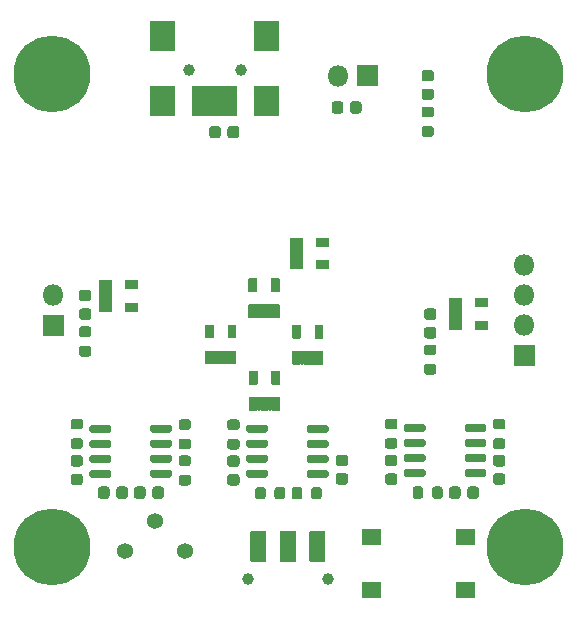
<source format=gbr>
G04 #@! TF.GenerationSoftware,KiCad,Pcbnew,(5.1.9)-1*
G04 #@! TF.CreationDate,2021-05-06T17:03:27+01:00*
G04 #@! TF.ProjectId,Little Logic Computer - Power+Timing,4c697474-6c65-4204-9c6f-67696320436f,2.0*
G04 #@! TF.SameCoordinates,Original*
G04 #@! TF.FileFunction,Soldermask,Top*
G04 #@! TF.FilePolarity,Negative*
%FSLAX46Y46*%
G04 Gerber Fmt 4.6, Leading zero omitted, Abs format (unit mm)*
G04 Created by KiCad (PCBNEW (5.1.9)-1) date 2021-05-06 17:03:27*
%MOMM*%
%LPD*%
G01*
G04 APERTURE LIST*
%ADD10C,0.902000*%
%ADD11C,6.502000*%
%ADD12C,1.002000*%
%ADD13C,1.362000*%
%ADD14O,1.802000X1.802000*%
%ADD15C,0.100000*%
G04 APERTURE END LIST*
G36*
G01*
X109694500Y-104252400D02*
X109093500Y-104252400D01*
G75*
G02*
X108868000Y-104026900I0J225500D01*
G01*
X108868000Y-103575900D01*
G75*
G02*
X109093500Y-103350400I225500J0D01*
G01*
X109694500Y-103350400D01*
G75*
G02*
X109920000Y-103575900I0J-225500D01*
G01*
X109920000Y-104026900D01*
G75*
G02*
X109694500Y-104252400I-225500J0D01*
G01*
G37*
G36*
G01*
X109694500Y-105902400D02*
X109093500Y-105902400D01*
G75*
G02*
X108868000Y-105676900I0J225500D01*
G01*
X108868000Y-105225900D01*
G75*
G02*
X109093500Y-105000400I225500J0D01*
G01*
X109694500Y-105000400D01*
G75*
G02*
X109920000Y-105225900I0J-225500D01*
G01*
X109920000Y-105676900D01*
G75*
G02*
X109694500Y-105902400I-225500J0D01*
G01*
G37*
G36*
G01*
X138701300Y-85647400D02*
X138100300Y-85647400D01*
G75*
G02*
X137874800Y-85421900I0J225500D01*
G01*
X137874800Y-84970900D01*
G75*
G02*
X138100300Y-84745400I225500J0D01*
G01*
X138701300Y-84745400D01*
G75*
G02*
X138926800Y-84970900I0J-225500D01*
G01*
X138926800Y-85421900D01*
G75*
G02*
X138701300Y-85647400I-225500J0D01*
G01*
G37*
G36*
G01*
X138701300Y-87297400D02*
X138100300Y-87297400D01*
G75*
G02*
X137874800Y-87071900I0J225500D01*
G01*
X137874800Y-86620900D01*
G75*
G02*
X138100300Y-86395400I225500J0D01*
G01*
X138701300Y-86395400D01*
G75*
G02*
X138926800Y-86620900I0J-225500D01*
G01*
X138926800Y-87071900D01*
G75*
G02*
X138701300Y-87297400I-225500J0D01*
G01*
G37*
G36*
G01*
X109675750Y-101228600D02*
X109112250Y-101228600D01*
G75*
G02*
X108868000Y-100984350I0J244250D01*
G01*
X108868000Y-100495850D01*
G75*
G02*
X109112250Y-100251600I244250J0D01*
G01*
X109675750Y-100251600D01*
G75*
G02*
X109920000Y-100495850I0J-244250D01*
G01*
X109920000Y-100984350D01*
G75*
G02*
X109675750Y-101228600I-244250J0D01*
G01*
G37*
G36*
G01*
X109675750Y-102803600D02*
X109112250Y-102803600D01*
G75*
G02*
X108868000Y-102559350I0J244250D01*
G01*
X108868000Y-102070850D01*
G75*
G02*
X109112250Y-101826600I244250J0D01*
G01*
X109675750Y-101826600D01*
G75*
G02*
X109920000Y-102070850I0J-244250D01*
G01*
X109920000Y-102559350D01*
G75*
G02*
X109675750Y-102803600I-244250J0D01*
G01*
G37*
G36*
G01*
X138682550Y-82610500D02*
X138119050Y-82610500D01*
G75*
G02*
X137874800Y-82366250I0J244250D01*
G01*
X137874800Y-81877750D01*
G75*
G02*
X138119050Y-81633500I244250J0D01*
G01*
X138682550Y-81633500D01*
G75*
G02*
X138926800Y-81877750I0J-244250D01*
G01*
X138926800Y-82366250D01*
G75*
G02*
X138682550Y-82610500I-244250J0D01*
G01*
G37*
G36*
G01*
X138682550Y-84185500D02*
X138119050Y-84185500D01*
G75*
G02*
X137874800Y-83941250I0J244250D01*
G01*
X137874800Y-83452750D01*
G75*
G02*
X138119050Y-83208500I244250J0D01*
G01*
X138682550Y-83208500D01*
G75*
G02*
X138926800Y-83452750I0J-244250D01*
G01*
X138926800Y-83941250D01*
G75*
G02*
X138682550Y-84185500I-244250J0D01*
G01*
G37*
G36*
G01*
X131411900Y-115210600D02*
X130860900Y-115210600D01*
G75*
G02*
X130610400Y-114960100I0J250500D01*
G01*
X130610400Y-114459100D01*
G75*
G02*
X130860900Y-114208600I250500J0D01*
G01*
X131411900Y-114208600D01*
G75*
G02*
X131662400Y-114459100I0J-250500D01*
G01*
X131662400Y-114960100D01*
G75*
G02*
X131411900Y-115210600I-250500J0D01*
G01*
G37*
G36*
G01*
X131411900Y-116760600D02*
X130860900Y-116760600D01*
G75*
G02*
X130610400Y-116510100I0J250500D01*
G01*
X130610400Y-116009100D01*
G75*
G02*
X130860900Y-115758600I250500J0D01*
G01*
X131411900Y-115758600D01*
G75*
G02*
X131662400Y-116009100I0J-250500D01*
G01*
X131662400Y-116510100D01*
G75*
G02*
X131411900Y-116760600I-250500J0D01*
G01*
G37*
G36*
G01*
X141187800Y-117152500D02*
X141187800Y-117703500D01*
G75*
G02*
X140937300Y-117954000I-250500J0D01*
G01*
X140436300Y-117954000D01*
G75*
G02*
X140185800Y-117703500I0J250500D01*
G01*
X140185800Y-117152500D01*
G75*
G02*
X140436300Y-116902000I250500J0D01*
G01*
X140937300Y-116902000D01*
G75*
G02*
X141187800Y-117152500I0J-250500D01*
G01*
G37*
G36*
G01*
X142737800Y-117152500D02*
X142737800Y-117703500D01*
G75*
G02*
X142487300Y-117954000I-250500J0D01*
G01*
X141986300Y-117954000D01*
G75*
G02*
X141735800Y-117703500I0J250500D01*
G01*
X141735800Y-117152500D01*
G75*
G02*
X141986300Y-116902000I250500J0D01*
G01*
X142487300Y-116902000D01*
G75*
G02*
X142737800Y-117152500I0J-250500D01*
G01*
G37*
G36*
G01*
X115065800Y-117703500D02*
X115065800Y-117152500D01*
G75*
G02*
X115316300Y-116902000I250500J0D01*
G01*
X115817300Y-116902000D01*
G75*
G02*
X116067800Y-117152500I0J-250500D01*
G01*
X116067800Y-117703500D01*
G75*
G02*
X115817300Y-117954000I-250500J0D01*
G01*
X115316300Y-117954000D01*
G75*
G02*
X115065800Y-117703500I0J250500D01*
G01*
G37*
G36*
G01*
X113515800Y-117703500D02*
X113515800Y-117152500D01*
G75*
G02*
X113766300Y-116902000I250500J0D01*
G01*
X114267300Y-116902000D01*
G75*
G02*
X114517800Y-117152500I0J-250500D01*
G01*
X114517800Y-117703500D01*
G75*
G02*
X114267300Y-117954000I-250500J0D01*
G01*
X113766300Y-117954000D01*
G75*
G02*
X113515800Y-117703500I0J250500D01*
G01*
G37*
D10*
X148297056Y-80302944D03*
X146600000Y-79600000D03*
X144902944Y-80302944D03*
X144200000Y-82000000D03*
X144902944Y-83697056D03*
X146600000Y-84400000D03*
X148297056Y-83697056D03*
X149000000Y-82000000D03*
D11*
X146600000Y-82000000D03*
D10*
X148297056Y-120302944D03*
X146600000Y-119600000D03*
X144902944Y-120302944D03*
X144200000Y-122000000D03*
X144902944Y-123697056D03*
X146600000Y-124400000D03*
X148297056Y-123697056D03*
X149000000Y-122000000D03*
D11*
X146600000Y-122000000D03*
D10*
X108297056Y-120302944D03*
X106600000Y-119600000D03*
X104902944Y-120302944D03*
X104200000Y-122000000D03*
X104902944Y-123697056D03*
X106600000Y-124400000D03*
X108297056Y-123697056D03*
X109000000Y-122000000D03*
D11*
X106600000Y-122000000D03*
G36*
G01*
X142374200Y-101664601D02*
X142374200Y-101014599D01*
G75*
G02*
X142425199Y-100963600I50999J0D01*
G01*
X143485201Y-100963600D01*
G75*
G02*
X143536200Y-101014599I0J-50999D01*
G01*
X143536200Y-101664601D01*
G75*
G02*
X143485201Y-101715600I-50999J0D01*
G01*
X142425199Y-101715600D01*
G75*
G02*
X142374200Y-101664601I0J50999D01*
G01*
G37*
G36*
G01*
X142374200Y-103564601D02*
X142374200Y-102914599D01*
G75*
G02*
X142425199Y-102863600I50999J0D01*
G01*
X143485201Y-102863600D01*
G75*
G02*
X143536200Y-102914599I0J-50999D01*
G01*
X143536200Y-103564601D01*
G75*
G02*
X143485201Y-103615600I-50999J0D01*
G01*
X142425199Y-103615600D01*
G75*
G02*
X142374200Y-103564601I0J50999D01*
G01*
G37*
G36*
G01*
X140174200Y-103564601D02*
X140174200Y-102914599D01*
G75*
G02*
X140225199Y-102863600I50999J0D01*
G01*
X141285201Y-102863600D01*
G75*
G02*
X141336200Y-102914599I0J-50999D01*
G01*
X141336200Y-103564601D01*
G75*
G02*
X141285201Y-103615600I-50999J0D01*
G01*
X140225199Y-103615600D01*
G75*
G02*
X140174200Y-103564601I0J50999D01*
G01*
G37*
G36*
G01*
X140174200Y-102614601D02*
X140174200Y-101964599D01*
G75*
G02*
X140225199Y-101913600I50999J0D01*
G01*
X141285201Y-101913600D01*
G75*
G02*
X141336200Y-101964599I0J-50999D01*
G01*
X141336200Y-102614601D01*
G75*
G02*
X141285201Y-102665600I-50999J0D01*
G01*
X140225199Y-102665600D01*
G75*
G02*
X140174200Y-102614601I0J50999D01*
G01*
G37*
G36*
G01*
X140174200Y-101664601D02*
X140174200Y-101014599D01*
G75*
G02*
X140225199Y-100963600I50999J0D01*
G01*
X141285201Y-100963600D01*
G75*
G02*
X141336200Y-101014599I0J-50999D01*
G01*
X141336200Y-101664601D01*
G75*
G02*
X141285201Y-101715600I-50999J0D01*
G01*
X140225199Y-101715600D01*
G75*
G02*
X140174200Y-101664601I0J50999D01*
G01*
G37*
G36*
G01*
X128912200Y-96533801D02*
X128912200Y-95883799D01*
G75*
G02*
X128963199Y-95832800I50999J0D01*
G01*
X130023201Y-95832800D01*
G75*
G02*
X130074200Y-95883799I0J-50999D01*
G01*
X130074200Y-96533801D01*
G75*
G02*
X130023201Y-96584800I-50999J0D01*
G01*
X128963199Y-96584800D01*
G75*
G02*
X128912200Y-96533801I0J50999D01*
G01*
G37*
G36*
G01*
X128912200Y-98433801D02*
X128912200Y-97783799D01*
G75*
G02*
X128963199Y-97732800I50999J0D01*
G01*
X130023201Y-97732800D01*
G75*
G02*
X130074200Y-97783799I0J-50999D01*
G01*
X130074200Y-98433801D01*
G75*
G02*
X130023201Y-98484800I-50999J0D01*
G01*
X128963199Y-98484800D01*
G75*
G02*
X128912200Y-98433801I0J50999D01*
G01*
G37*
G36*
G01*
X126712200Y-98433801D02*
X126712200Y-97783799D01*
G75*
G02*
X126763199Y-97732800I50999J0D01*
G01*
X127823201Y-97732800D01*
G75*
G02*
X127874200Y-97783799I0J-50999D01*
G01*
X127874200Y-98433801D01*
G75*
G02*
X127823201Y-98484800I-50999J0D01*
G01*
X126763199Y-98484800D01*
G75*
G02*
X126712200Y-98433801I0J50999D01*
G01*
G37*
G36*
G01*
X126712200Y-97483801D02*
X126712200Y-96833799D01*
G75*
G02*
X126763199Y-96782800I50999J0D01*
G01*
X127823201Y-96782800D01*
G75*
G02*
X127874200Y-96833799I0J-50999D01*
G01*
X127874200Y-97483801D01*
G75*
G02*
X127823201Y-97534800I-50999J0D01*
G01*
X126763199Y-97534800D01*
G75*
G02*
X126712200Y-97483801I0J50999D01*
G01*
G37*
G36*
G01*
X126712200Y-96533801D02*
X126712200Y-95883799D01*
G75*
G02*
X126763199Y-95832800I50999J0D01*
G01*
X127823201Y-95832800D01*
G75*
G02*
X127874200Y-95883799I0J-50999D01*
G01*
X127874200Y-96533801D01*
G75*
G02*
X127823201Y-96584800I-50999J0D01*
G01*
X126763199Y-96584800D01*
G75*
G02*
X126712200Y-96533801I0J50999D01*
G01*
G37*
G36*
G01*
X123907401Y-100449800D02*
X123257399Y-100449800D01*
G75*
G02*
X123206400Y-100398801I0J50999D01*
G01*
X123206400Y-99338799D01*
G75*
G02*
X123257399Y-99287800I50999J0D01*
G01*
X123907401Y-99287800D01*
G75*
G02*
X123958400Y-99338799I0J-50999D01*
G01*
X123958400Y-100398801D01*
G75*
G02*
X123907401Y-100449800I-50999J0D01*
G01*
G37*
G36*
G01*
X125807401Y-100449800D02*
X125157399Y-100449800D01*
G75*
G02*
X125106400Y-100398801I0J50999D01*
G01*
X125106400Y-99338799D01*
G75*
G02*
X125157399Y-99287800I50999J0D01*
G01*
X125807401Y-99287800D01*
G75*
G02*
X125858400Y-99338799I0J-50999D01*
G01*
X125858400Y-100398801D01*
G75*
G02*
X125807401Y-100449800I-50999J0D01*
G01*
G37*
G36*
G01*
X125807401Y-102649800D02*
X125157399Y-102649800D01*
G75*
G02*
X125106400Y-102598801I0J50999D01*
G01*
X125106400Y-101538799D01*
G75*
G02*
X125157399Y-101487800I50999J0D01*
G01*
X125807401Y-101487800D01*
G75*
G02*
X125858400Y-101538799I0J-50999D01*
G01*
X125858400Y-102598801D01*
G75*
G02*
X125807401Y-102649800I-50999J0D01*
G01*
G37*
G36*
G01*
X124857401Y-102649800D02*
X124207399Y-102649800D01*
G75*
G02*
X124156400Y-102598801I0J50999D01*
G01*
X124156400Y-101538799D01*
G75*
G02*
X124207399Y-101487800I50999J0D01*
G01*
X124857401Y-101487800D01*
G75*
G02*
X124908400Y-101538799I0J-50999D01*
G01*
X124908400Y-102598801D01*
G75*
G02*
X124857401Y-102649800I-50999J0D01*
G01*
G37*
G36*
G01*
X123907401Y-102649800D02*
X123257399Y-102649800D01*
G75*
G02*
X123206400Y-102598801I0J50999D01*
G01*
X123206400Y-101538799D01*
G75*
G02*
X123257399Y-101487800I50999J0D01*
G01*
X123907401Y-101487800D01*
G75*
G02*
X123958400Y-101538799I0J-50999D01*
G01*
X123958400Y-102598801D01*
G75*
G02*
X123907401Y-102649800I-50999J0D01*
G01*
G37*
G36*
G01*
X127615801Y-104379000D02*
X126965799Y-104379000D01*
G75*
G02*
X126914800Y-104328001I0J50999D01*
G01*
X126914800Y-103267999D01*
G75*
G02*
X126965799Y-103217000I50999J0D01*
G01*
X127615801Y-103217000D01*
G75*
G02*
X127666800Y-103267999I0J-50999D01*
G01*
X127666800Y-104328001D01*
G75*
G02*
X127615801Y-104379000I-50999J0D01*
G01*
G37*
G36*
G01*
X129515801Y-104379000D02*
X128865799Y-104379000D01*
G75*
G02*
X128814800Y-104328001I0J50999D01*
G01*
X128814800Y-103267999D01*
G75*
G02*
X128865799Y-103217000I50999J0D01*
G01*
X129515801Y-103217000D01*
G75*
G02*
X129566800Y-103267999I0J-50999D01*
G01*
X129566800Y-104328001D01*
G75*
G02*
X129515801Y-104379000I-50999J0D01*
G01*
G37*
G36*
G01*
X129515801Y-106579000D02*
X128865799Y-106579000D01*
G75*
G02*
X128814800Y-106528001I0J50999D01*
G01*
X128814800Y-105467999D01*
G75*
G02*
X128865799Y-105417000I50999J0D01*
G01*
X129515801Y-105417000D01*
G75*
G02*
X129566800Y-105467999I0J-50999D01*
G01*
X129566800Y-106528001D01*
G75*
G02*
X129515801Y-106579000I-50999J0D01*
G01*
G37*
G36*
G01*
X128565801Y-106579000D02*
X127915799Y-106579000D01*
G75*
G02*
X127864800Y-106528001I0J50999D01*
G01*
X127864800Y-105467999D01*
G75*
G02*
X127915799Y-105417000I50999J0D01*
G01*
X128565801Y-105417000D01*
G75*
G02*
X128616800Y-105467999I0J-50999D01*
G01*
X128616800Y-106528001D01*
G75*
G02*
X128565801Y-106579000I-50999J0D01*
G01*
G37*
G36*
G01*
X127615801Y-106579000D02*
X126965799Y-106579000D01*
G75*
G02*
X126914800Y-106528001I0J50999D01*
G01*
X126914800Y-105467999D01*
G75*
G02*
X126965799Y-105417000I50999J0D01*
G01*
X127615801Y-105417000D01*
G75*
G02*
X127666800Y-105467999I0J-50999D01*
G01*
X127666800Y-106528001D01*
G75*
G02*
X127615801Y-106579000I-50999J0D01*
G01*
G37*
G36*
G01*
X120249801Y-104361400D02*
X119599799Y-104361400D01*
G75*
G02*
X119548800Y-104310401I0J50999D01*
G01*
X119548800Y-103250399D01*
G75*
G02*
X119599799Y-103199400I50999J0D01*
G01*
X120249801Y-103199400D01*
G75*
G02*
X120300800Y-103250399I0J-50999D01*
G01*
X120300800Y-104310401D01*
G75*
G02*
X120249801Y-104361400I-50999J0D01*
G01*
G37*
G36*
G01*
X122149801Y-104361400D02*
X121499799Y-104361400D01*
G75*
G02*
X121448800Y-104310401I0J50999D01*
G01*
X121448800Y-103250399D01*
G75*
G02*
X121499799Y-103199400I50999J0D01*
G01*
X122149801Y-103199400D01*
G75*
G02*
X122200800Y-103250399I0J-50999D01*
G01*
X122200800Y-104310401D01*
G75*
G02*
X122149801Y-104361400I-50999J0D01*
G01*
G37*
G36*
G01*
X122149801Y-106561400D02*
X121499799Y-106561400D01*
G75*
G02*
X121448800Y-106510401I0J50999D01*
G01*
X121448800Y-105450399D01*
G75*
G02*
X121499799Y-105399400I50999J0D01*
G01*
X122149801Y-105399400D01*
G75*
G02*
X122200800Y-105450399I0J-50999D01*
G01*
X122200800Y-106510401D01*
G75*
G02*
X122149801Y-106561400I-50999J0D01*
G01*
G37*
G36*
G01*
X121199801Y-106561400D02*
X120549799Y-106561400D01*
G75*
G02*
X120498800Y-106510401I0J50999D01*
G01*
X120498800Y-105450399D01*
G75*
G02*
X120549799Y-105399400I50999J0D01*
G01*
X121199801Y-105399400D01*
G75*
G02*
X121250800Y-105450399I0J-50999D01*
G01*
X121250800Y-106510401D01*
G75*
G02*
X121199801Y-106561400I-50999J0D01*
G01*
G37*
G36*
G01*
X120249801Y-106561400D02*
X119599799Y-106561400D01*
G75*
G02*
X119548800Y-106510401I0J50999D01*
G01*
X119548800Y-105450399D01*
G75*
G02*
X119599799Y-105399400I50999J0D01*
G01*
X120249801Y-105399400D01*
G75*
G02*
X120300800Y-105450399I0J-50999D01*
G01*
X120300800Y-106510401D01*
G75*
G02*
X120249801Y-106561400I-50999J0D01*
G01*
G37*
G36*
G01*
X112740200Y-100140601D02*
X112740200Y-99490599D01*
G75*
G02*
X112791199Y-99439600I50999J0D01*
G01*
X113851201Y-99439600D01*
G75*
G02*
X113902200Y-99490599I0J-50999D01*
G01*
X113902200Y-100140601D01*
G75*
G02*
X113851201Y-100191600I-50999J0D01*
G01*
X112791199Y-100191600D01*
G75*
G02*
X112740200Y-100140601I0J50999D01*
G01*
G37*
G36*
G01*
X112740200Y-102040601D02*
X112740200Y-101390599D01*
G75*
G02*
X112791199Y-101339600I50999J0D01*
G01*
X113851201Y-101339600D01*
G75*
G02*
X113902200Y-101390599I0J-50999D01*
G01*
X113902200Y-102040601D01*
G75*
G02*
X113851201Y-102091600I-50999J0D01*
G01*
X112791199Y-102091600D01*
G75*
G02*
X112740200Y-102040601I0J50999D01*
G01*
G37*
G36*
G01*
X110540200Y-102040601D02*
X110540200Y-101390599D01*
G75*
G02*
X110591199Y-101339600I50999J0D01*
G01*
X111651201Y-101339600D01*
G75*
G02*
X111702200Y-101390599I0J-50999D01*
G01*
X111702200Y-102040601D01*
G75*
G02*
X111651201Y-102091600I-50999J0D01*
G01*
X110591199Y-102091600D01*
G75*
G02*
X110540200Y-102040601I0J50999D01*
G01*
G37*
G36*
G01*
X110540200Y-101090601D02*
X110540200Y-100440599D01*
G75*
G02*
X110591199Y-100389600I50999J0D01*
G01*
X111651201Y-100389600D01*
G75*
G02*
X111702200Y-100440599I0J-50999D01*
G01*
X111702200Y-101090601D01*
G75*
G02*
X111651201Y-101141600I-50999J0D01*
G01*
X110591199Y-101141600D01*
G75*
G02*
X110540200Y-101090601I0J50999D01*
G01*
G37*
G36*
G01*
X110540200Y-100140601D02*
X110540200Y-99490599D01*
G75*
G02*
X110591199Y-99439600I50999J0D01*
G01*
X111651201Y-99439600D01*
G75*
G02*
X111702200Y-99490599I0J-50999D01*
G01*
X111702200Y-100140601D01*
G75*
G02*
X111651201Y-100191600I-50999J0D01*
G01*
X110591199Y-100191600D01*
G75*
G02*
X110540200Y-100140601I0J50999D01*
G01*
G37*
G36*
G01*
X123958201Y-108273000D02*
X123308199Y-108273000D01*
G75*
G02*
X123257200Y-108222001I0J50999D01*
G01*
X123257200Y-107161999D01*
G75*
G02*
X123308199Y-107111000I50999J0D01*
G01*
X123958201Y-107111000D01*
G75*
G02*
X124009200Y-107161999I0J-50999D01*
G01*
X124009200Y-108222001D01*
G75*
G02*
X123958201Y-108273000I-50999J0D01*
G01*
G37*
G36*
G01*
X125858201Y-108273000D02*
X125208199Y-108273000D01*
G75*
G02*
X125157200Y-108222001I0J50999D01*
G01*
X125157200Y-107161999D01*
G75*
G02*
X125208199Y-107111000I50999J0D01*
G01*
X125858201Y-107111000D01*
G75*
G02*
X125909200Y-107161999I0J-50999D01*
G01*
X125909200Y-108222001D01*
G75*
G02*
X125858201Y-108273000I-50999J0D01*
G01*
G37*
G36*
G01*
X125858201Y-110473000D02*
X125208199Y-110473000D01*
G75*
G02*
X125157200Y-110422001I0J50999D01*
G01*
X125157200Y-109361999D01*
G75*
G02*
X125208199Y-109311000I50999J0D01*
G01*
X125858201Y-109311000D01*
G75*
G02*
X125909200Y-109361999I0J-50999D01*
G01*
X125909200Y-110422001D01*
G75*
G02*
X125858201Y-110473000I-50999J0D01*
G01*
G37*
G36*
G01*
X124908201Y-110473000D02*
X124258199Y-110473000D01*
G75*
G02*
X124207200Y-110422001I0J50999D01*
G01*
X124207200Y-109361999D01*
G75*
G02*
X124258199Y-109311000I50999J0D01*
G01*
X124908201Y-109311000D01*
G75*
G02*
X124959200Y-109361999I0J-50999D01*
G01*
X124959200Y-110422001D01*
G75*
G02*
X124908201Y-110473000I-50999J0D01*
G01*
G37*
G36*
G01*
X123958201Y-110473000D02*
X123308199Y-110473000D01*
G75*
G02*
X123257200Y-110422001I0J50999D01*
G01*
X123257200Y-109361999D01*
G75*
G02*
X123308199Y-109311000I50999J0D01*
G01*
X123958201Y-109311000D01*
G75*
G02*
X124009200Y-109361999I0J-50999D01*
G01*
X124009200Y-110422001D01*
G75*
G02*
X123958201Y-110473000I-50999J0D01*
G01*
G37*
D12*
X129964400Y-124743200D03*
X123164400Y-124743200D03*
G36*
G01*
X128388400Y-123243200D02*
X128388400Y-120743200D01*
G75*
G02*
X128439400Y-120692200I51000J0D01*
G01*
X129689400Y-120692200D01*
G75*
G02*
X129740400Y-120743200I0J-51000D01*
G01*
X129740400Y-123243200D01*
G75*
G02*
X129689400Y-123294200I-51000J0D01*
G01*
X128439400Y-123294200D01*
G75*
G02*
X128388400Y-123243200I0J51000D01*
G01*
G37*
G36*
G01*
X125888400Y-123243200D02*
X125888400Y-120743200D01*
G75*
G02*
X125939400Y-120692200I51000J0D01*
G01*
X127189400Y-120692200D01*
G75*
G02*
X127240400Y-120743200I0J-51000D01*
G01*
X127240400Y-123243200D01*
G75*
G02*
X127189400Y-123294200I-51000J0D01*
G01*
X125939400Y-123294200D01*
G75*
G02*
X125888400Y-123243200I0J51000D01*
G01*
G37*
G36*
G01*
X123388400Y-123243200D02*
X123388400Y-120743200D01*
G75*
G02*
X123439400Y-120692200I51000J0D01*
G01*
X124689400Y-120692200D01*
G75*
G02*
X124740400Y-120743200I0J-51000D01*
G01*
X124740400Y-123243200D01*
G75*
G02*
X124689400Y-123294200I-51000J0D01*
G01*
X123439400Y-123294200D01*
G75*
G02*
X123388400Y-123243200I0J51000D01*
G01*
G37*
G36*
G01*
X134484800Y-120522400D02*
X134484800Y-121822400D01*
G75*
G02*
X134433800Y-121873400I-51000J0D01*
G01*
X132883800Y-121873400D01*
G75*
G02*
X132832800Y-121822400I0J51000D01*
G01*
X132832800Y-120522400D01*
G75*
G02*
X132883800Y-120471400I51000J0D01*
G01*
X134433800Y-120471400D01*
G75*
G02*
X134484800Y-120522400I0J-51000D01*
G01*
G37*
G36*
G01*
X134484800Y-125022400D02*
X134484800Y-126322400D01*
G75*
G02*
X134433800Y-126373400I-51000J0D01*
G01*
X132883800Y-126373400D01*
G75*
G02*
X132832800Y-126322400I0J51000D01*
G01*
X132832800Y-125022400D01*
G75*
G02*
X132883800Y-124971400I51000J0D01*
G01*
X134433800Y-124971400D01*
G75*
G02*
X134484800Y-125022400I0J-51000D01*
G01*
G37*
G36*
G01*
X142444800Y-125022400D02*
X142444800Y-126322400D01*
G75*
G02*
X142393800Y-126373400I-51000J0D01*
G01*
X140843800Y-126373400D01*
G75*
G02*
X140792800Y-126322400I0J51000D01*
G01*
X140792800Y-125022400D01*
G75*
G02*
X140843800Y-124971400I51000J0D01*
G01*
X142393800Y-124971400D01*
G75*
G02*
X142444800Y-125022400I0J-51000D01*
G01*
G37*
G36*
G01*
X142444800Y-120522400D02*
X142444800Y-121822400D01*
G75*
G02*
X142393800Y-121873400I-51000J0D01*
G01*
X140843800Y-121873400D01*
G75*
G02*
X140792800Y-121822400I0J51000D01*
G01*
X140792800Y-120522400D01*
G75*
G02*
X140843800Y-120471400I51000J0D01*
G01*
X142393800Y-120471400D01*
G75*
G02*
X142444800Y-120522400I0J-51000D01*
G01*
G37*
D13*
X112746800Y-122406400D03*
X115286800Y-119866400D03*
X117826800Y-122406400D03*
G36*
G01*
X122242100Y-112126400D02*
X121641100Y-112126400D01*
G75*
G02*
X121415600Y-111900900I0J225500D01*
G01*
X121415600Y-111449900D01*
G75*
G02*
X121641100Y-111224400I225500J0D01*
G01*
X122242100Y-111224400D01*
G75*
G02*
X122467600Y-111449900I0J-225500D01*
G01*
X122467600Y-111900900D01*
G75*
G02*
X122242100Y-112126400I-225500J0D01*
G01*
G37*
G36*
G01*
X122242100Y-113776400D02*
X121641100Y-113776400D01*
G75*
G02*
X121415600Y-113550900I0J225500D01*
G01*
X121415600Y-113099900D01*
G75*
G02*
X121641100Y-112874400I225500J0D01*
G01*
X122242100Y-112874400D01*
G75*
G02*
X122467600Y-113099900I0J-225500D01*
G01*
X122467600Y-113550900D01*
G75*
G02*
X122242100Y-113776400I-225500J0D01*
G01*
G37*
G36*
G01*
X138904500Y-105788600D02*
X138303500Y-105788600D01*
G75*
G02*
X138078000Y-105563100I0J225500D01*
G01*
X138078000Y-105112100D01*
G75*
G02*
X138303500Y-104886600I225500J0D01*
G01*
X138904500Y-104886600D01*
G75*
G02*
X139130000Y-105112100I0J-225500D01*
G01*
X139130000Y-105563100D01*
G75*
G02*
X138904500Y-105788600I-225500J0D01*
G01*
G37*
G36*
G01*
X138904500Y-107438600D02*
X138303500Y-107438600D01*
G75*
G02*
X138078000Y-107213100I0J225500D01*
G01*
X138078000Y-106762100D01*
G75*
G02*
X138303500Y-106536600I225500J0D01*
G01*
X138904500Y-106536600D01*
G75*
G02*
X139130000Y-106762100I0J-225500D01*
G01*
X139130000Y-107213100D01*
G75*
G02*
X138904500Y-107438600I-225500J0D01*
G01*
G37*
G36*
G01*
X124678600Y-117178300D02*
X124678600Y-117779300D01*
G75*
G02*
X124453100Y-118004800I-225500J0D01*
G01*
X124002100Y-118004800D01*
G75*
G02*
X123776600Y-117779300I0J225500D01*
G01*
X123776600Y-117178300D01*
G75*
G02*
X124002100Y-116952800I225500J0D01*
G01*
X124453100Y-116952800D01*
G75*
G02*
X124678600Y-117178300I0J-225500D01*
G01*
G37*
G36*
G01*
X126328600Y-117178300D02*
X126328600Y-117779300D01*
G75*
G02*
X126103100Y-118004800I-225500J0D01*
G01*
X125652100Y-118004800D01*
G75*
G02*
X125426600Y-117779300I0J225500D01*
G01*
X125426600Y-117178300D01*
G75*
G02*
X125652100Y-116952800I225500J0D01*
G01*
X126103100Y-116952800D01*
G75*
G02*
X126328600Y-117178300I0J-225500D01*
G01*
G37*
G36*
G01*
X127777400Y-117178300D02*
X127777400Y-117779300D01*
G75*
G02*
X127551900Y-118004800I-225500J0D01*
G01*
X127100900Y-118004800D01*
G75*
G02*
X126875400Y-117779300I0J225500D01*
G01*
X126875400Y-117178300D01*
G75*
G02*
X127100900Y-116952800I225500J0D01*
G01*
X127551900Y-116952800D01*
G75*
G02*
X127777400Y-117178300I0J-225500D01*
G01*
G37*
G36*
G01*
X129427400Y-117178300D02*
X129427400Y-117779300D01*
G75*
G02*
X129201900Y-118004800I-225500J0D01*
G01*
X128750900Y-118004800D01*
G75*
G02*
X128525400Y-117779300I0J225500D01*
G01*
X128525400Y-117178300D01*
G75*
G02*
X128750900Y-116952800I225500J0D01*
G01*
X129201900Y-116952800D01*
G75*
G02*
X129427400Y-117178300I0J-225500D01*
G01*
G37*
G36*
G01*
X144145500Y-112823600D02*
X144746500Y-112823600D01*
G75*
G02*
X144972000Y-113049100I0J-225500D01*
G01*
X144972000Y-113500100D01*
G75*
G02*
X144746500Y-113725600I-225500J0D01*
G01*
X144145500Y-113725600D01*
G75*
G02*
X143920000Y-113500100I0J225500D01*
G01*
X143920000Y-113049100D01*
G75*
G02*
X144145500Y-112823600I225500J0D01*
G01*
G37*
G36*
G01*
X144145500Y-111173600D02*
X144746500Y-111173600D01*
G75*
G02*
X144972000Y-111399100I0J-225500D01*
G01*
X144972000Y-111850100D01*
G75*
G02*
X144746500Y-112075600I-225500J0D01*
G01*
X144145500Y-112075600D01*
G75*
G02*
X143920000Y-111850100I0J225500D01*
G01*
X143920000Y-111399100D01*
G75*
G02*
X144145500Y-111173600I225500J0D01*
G01*
G37*
G36*
G01*
X135602500Y-112063400D02*
X135001500Y-112063400D01*
G75*
G02*
X134776000Y-111837900I0J225500D01*
G01*
X134776000Y-111386900D01*
G75*
G02*
X135001500Y-111161400I225500J0D01*
G01*
X135602500Y-111161400D01*
G75*
G02*
X135828000Y-111386900I0J-225500D01*
G01*
X135828000Y-111837900D01*
G75*
G02*
X135602500Y-112063400I-225500J0D01*
G01*
G37*
G36*
G01*
X135602500Y-113713400D02*
X135001500Y-113713400D01*
G75*
G02*
X134776000Y-113487900I0J225500D01*
G01*
X134776000Y-113036900D01*
G75*
G02*
X135001500Y-112811400I225500J0D01*
G01*
X135602500Y-112811400D01*
G75*
G02*
X135828000Y-113036900I0J-225500D01*
G01*
X135828000Y-113487900D01*
G75*
G02*
X135602500Y-113713400I-225500J0D01*
G01*
G37*
G36*
G01*
X138014600Y-117127500D02*
X138014600Y-117728500D01*
G75*
G02*
X137789100Y-117954000I-225500J0D01*
G01*
X137338100Y-117954000D01*
G75*
G02*
X137112600Y-117728500I0J225500D01*
G01*
X137112600Y-117127500D01*
G75*
G02*
X137338100Y-116902000I225500J0D01*
G01*
X137789100Y-116902000D01*
G75*
G02*
X138014600Y-117127500I0J-225500D01*
G01*
G37*
G36*
G01*
X139664600Y-117127500D02*
X139664600Y-117728500D01*
G75*
G02*
X139439100Y-117954000I-225500J0D01*
G01*
X138988100Y-117954000D01*
G75*
G02*
X138762600Y-117728500I0J225500D01*
G01*
X138762600Y-117127500D01*
G75*
G02*
X138988100Y-116902000I225500J0D01*
G01*
X139439100Y-116902000D01*
G75*
G02*
X139664600Y-117127500I0J-225500D01*
G01*
G37*
G36*
G01*
X118127300Y-115174400D02*
X117526300Y-115174400D01*
G75*
G02*
X117300800Y-114948900I0J225500D01*
G01*
X117300800Y-114497900D01*
G75*
G02*
X117526300Y-114272400I225500J0D01*
G01*
X118127300Y-114272400D01*
G75*
G02*
X118352800Y-114497900I0J-225500D01*
G01*
X118352800Y-114948900D01*
G75*
G02*
X118127300Y-115174400I-225500J0D01*
G01*
G37*
G36*
G01*
X118127300Y-116824400D02*
X117526300Y-116824400D01*
G75*
G02*
X117300800Y-116598900I0J225500D01*
G01*
X117300800Y-116147900D01*
G75*
G02*
X117526300Y-115922400I225500J0D01*
G01*
X118127300Y-115922400D01*
G75*
G02*
X118352800Y-116147900I0J-225500D01*
G01*
X118352800Y-116598900D01*
G75*
G02*
X118127300Y-116824400I-225500J0D01*
G01*
G37*
G36*
G01*
X108983300Y-112075600D02*
X108382300Y-112075600D01*
G75*
G02*
X108156800Y-111850100I0J225500D01*
G01*
X108156800Y-111399100D01*
G75*
G02*
X108382300Y-111173600I225500J0D01*
G01*
X108983300Y-111173600D01*
G75*
G02*
X109208800Y-111399100I0J-225500D01*
G01*
X109208800Y-111850100D01*
G75*
G02*
X108983300Y-112075600I-225500J0D01*
G01*
G37*
G36*
G01*
X108983300Y-113725600D02*
X108382300Y-113725600D01*
G75*
G02*
X108156800Y-113500100I0J225500D01*
G01*
X108156800Y-113049100D01*
G75*
G02*
X108382300Y-112823600I225500J0D01*
G01*
X108983300Y-112823600D01*
G75*
G02*
X109208800Y-113049100I0J-225500D01*
G01*
X109208800Y-113500100D01*
G75*
G02*
X108983300Y-113725600I-225500J0D01*
G01*
G37*
G36*
G01*
X117526300Y-112862200D02*
X118127300Y-112862200D01*
G75*
G02*
X118352800Y-113087700I0J-225500D01*
G01*
X118352800Y-113538700D01*
G75*
G02*
X118127300Y-113764200I-225500J0D01*
G01*
X117526300Y-113764200D01*
G75*
G02*
X117300800Y-113538700I0J225500D01*
G01*
X117300800Y-113087700D01*
G75*
G02*
X117526300Y-112862200I225500J0D01*
G01*
G37*
G36*
G01*
X117526300Y-111212200D02*
X118127300Y-111212200D01*
G75*
G02*
X118352800Y-111437700I0J-225500D01*
G01*
X118352800Y-111888700D01*
G75*
G02*
X118127300Y-112114200I-225500J0D01*
G01*
X117526300Y-112114200D01*
G75*
G02*
X117300800Y-111888700I0J225500D01*
G01*
X117300800Y-111437700D01*
G75*
G02*
X117526300Y-111212200I225500J0D01*
G01*
G37*
D12*
X118166800Y-81664800D03*
X122566800Y-81664800D03*
G36*
G01*
X119067800Y-83014800D02*
X119067800Y-85514800D01*
G75*
G02*
X119016800Y-85565800I-51000J0D01*
G01*
X118516800Y-85565800D01*
G75*
G02*
X118465800Y-85514800I0J51000D01*
G01*
X118465800Y-83014800D01*
G75*
G02*
X118516800Y-82963800I51000J0D01*
G01*
X119016800Y-82963800D01*
G75*
G02*
X119067800Y-83014800I0J-51000D01*
G01*
G37*
G36*
G01*
X119867800Y-83014800D02*
X119867800Y-85514800D01*
G75*
G02*
X119816800Y-85565800I-51000J0D01*
G01*
X119316800Y-85565800D01*
G75*
G02*
X119265800Y-85514800I0J51000D01*
G01*
X119265800Y-83014800D01*
G75*
G02*
X119316800Y-82963800I51000J0D01*
G01*
X119816800Y-82963800D01*
G75*
G02*
X119867800Y-83014800I0J-51000D01*
G01*
G37*
G36*
G01*
X120667800Y-83014800D02*
X120667800Y-85514800D01*
G75*
G02*
X120616800Y-85565800I-51000J0D01*
G01*
X120116800Y-85565800D01*
G75*
G02*
X120065800Y-85514800I0J51000D01*
G01*
X120065800Y-83014800D01*
G75*
G02*
X120116800Y-82963800I51000J0D01*
G01*
X120616800Y-82963800D01*
G75*
G02*
X120667800Y-83014800I0J-51000D01*
G01*
G37*
G36*
G01*
X121467800Y-83014800D02*
X121467800Y-85514800D01*
G75*
G02*
X121416800Y-85565800I-51000J0D01*
G01*
X120916800Y-85565800D01*
G75*
G02*
X120865800Y-85514800I0J51000D01*
G01*
X120865800Y-83014800D01*
G75*
G02*
X120916800Y-82963800I51000J0D01*
G01*
X121416800Y-82963800D01*
G75*
G02*
X121467800Y-83014800I0J-51000D01*
G01*
G37*
G36*
G01*
X122267800Y-83014800D02*
X122267800Y-85514800D01*
G75*
G02*
X122216800Y-85565800I-51000J0D01*
G01*
X121716800Y-85565800D01*
G75*
G02*
X121665800Y-85514800I0J51000D01*
G01*
X121665800Y-83014800D01*
G75*
G02*
X121716800Y-82963800I51000J0D01*
G01*
X122216800Y-82963800D01*
G75*
G02*
X122267800Y-83014800I0J-51000D01*
G01*
G37*
G36*
G01*
X117017800Y-83014800D02*
X117017800Y-85514800D01*
G75*
G02*
X116966800Y-85565800I-51000J0D01*
G01*
X114966800Y-85565800D01*
G75*
G02*
X114915800Y-85514800I0J51000D01*
G01*
X114915800Y-83014800D01*
G75*
G02*
X114966800Y-82963800I51000J0D01*
G01*
X116966800Y-82963800D01*
G75*
G02*
X117017800Y-83014800I0J-51000D01*
G01*
G37*
G36*
G01*
X125817800Y-83014800D02*
X125817800Y-85514800D01*
G75*
G02*
X125766800Y-85565800I-51000J0D01*
G01*
X123766800Y-85565800D01*
G75*
G02*
X123715800Y-85514800I0J51000D01*
G01*
X123715800Y-83014800D01*
G75*
G02*
X123766800Y-82963800I51000J0D01*
G01*
X125766800Y-82963800D01*
G75*
G02*
X125817800Y-83014800I0J-51000D01*
G01*
G37*
G36*
G01*
X117017800Y-77514800D02*
X117017800Y-80014800D01*
G75*
G02*
X116966800Y-80065800I-51000J0D01*
G01*
X114966800Y-80065800D01*
G75*
G02*
X114915800Y-80014800I0J51000D01*
G01*
X114915800Y-77514800D01*
G75*
G02*
X114966800Y-77463800I51000J0D01*
G01*
X116966800Y-77463800D01*
G75*
G02*
X117017800Y-77514800I0J-51000D01*
G01*
G37*
G36*
G01*
X125817800Y-77514800D02*
X125817800Y-80014800D01*
G75*
G02*
X125766800Y-80065800I-51000J0D01*
G01*
X123766800Y-80065800D01*
G75*
G02*
X123715800Y-80014800I0J51000D01*
G01*
X123715800Y-77514800D01*
G75*
G02*
X123766800Y-77463800I51000J0D01*
G01*
X125766800Y-77463800D01*
G75*
G02*
X125817800Y-77514800I0J-51000D01*
G01*
G37*
D14*
X146579600Y-98174800D03*
X146579600Y-100714800D03*
X146579600Y-103254800D03*
G36*
G01*
X147480600Y-104944800D02*
X147480600Y-106644800D01*
G75*
G02*
X147429600Y-106695800I-51000J0D01*
G01*
X145729600Y-106695800D01*
G75*
G02*
X145678600Y-106644800I0J51000D01*
G01*
X145678600Y-104944800D01*
G75*
G02*
X145729600Y-104893800I51000J0D01*
G01*
X147429600Y-104893800D01*
G75*
G02*
X147480600Y-104944800I0J-51000D01*
G01*
G37*
X106701600Y-100714800D03*
G36*
G01*
X107602600Y-102404800D02*
X107602600Y-104104800D01*
G75*
G02*
X107551600Y-104155800I-51000J0D01*
G01*
X105851600Y-104155800D01*
G75*
G02*
X105800600Y-104104800I0J51000D01*
G01*
X105800600Y-102404800D01*
G75*
G02*
X105851600Y-102353800I51000J0D01*
G01*
X107551600Y-102353800D01*
G75*
G02*
X107602600Y-102404800I0J-51000D01*
G01*
G37*
D10*
X108297056Y-80302944D03*
X106600000Y-79600000D03*
X104902944Y-80302944D03*
X104200000Y-82000000D03*
X104902944Y-83697056D03*
X106600000Y-84400000D03*
X108297056Y-83697056D03*
X109000000Y-82000000D03*
D11*
X106600000Y-82000000D03*
G36*
G01*
X138885750Y-102803400D02*
X138322250Y-102803400D01*
G75*
G02*
X138078000Y-102559150I0J244250D01*
G01*
X138078000Y-102070650D01*
G75*
G02*
X138322250Y-101826400I244250J0D01*
G01*
X138885750Y-101826400D01*
G75*
G02*
X139130000Y-102070650I0J-244250D01*
G01*
X139130000Y-102559150D01*
G75*
G02*
X138885750Y-102803400I-244250J0D01*
G01*
G37*
G36*
G01*
X138885750Y-104378400D02*
X138322250Y-104378400D01*
G75*
G02*
X138078000Y-104134150I0J244250D01*
G01*
X138078000Y-103645650D01*
G75*
G02*
X138322250Y-103401400I244250J0D01*
G01*
X138885750Y-103401400D01*
G75*
G02*
X139130000Y-103645650I0J-244250D01*
G01*
X139130000Y-104134150D01*
G75*
G02*
X138885750Y-104378400I-244250J0D01*
G01*
G37*
G36*
G01*
X121659850Y-115847400D02*
X122223350Y-115847400D01*
G75*
G02*
X122467600Y-116091650I0J-244250D01*
G01*
X122467600Y-116580150D01*
G75*
G02*
X122223350Y-116824400I-244250J0D01*
G01*
X121659850Y-116824400D01*
G75*
G02*
X121415600Y-116580150I0J244250D01*
G01*
X121415600Y-116091650D01*
G75*
G02*
X121659850Y-115847400I244250J0D01*
G01*
G37*
G36*
G01*
X121659850Y-114272400D02*
X122223350Y-114272400D01*
G75*
G02*
X122467600Y-114516650I0J-244250D01*
G01*
X122467600Y-115005150D01*
G75*
G02*
X122223350Y-115249400I-244250J0D01*
G01*
X121659850Y-115249400D01*
G75*
G02*
X121415600Y-115005150I0J244250D01*
G01*
X121415600Y-114516650D01*
G75*
G02*
X121659850Y-114272400I244250J0D01*
G01*
G37*
G36*
G01*
X135020250Y-115796600D02*
X135583750Y-115796600D01*
G75*
G02*
X135828000Y-116040850I0J-244250D01*
G01*
X135828000Y-116529350D01*
G75*
G02*
X135583750Y-116773600I-244250J0D01*
G01*
X135020250Y-116773600D01*
G75*
G02*
X134776000Y-116529350I0J244250D01*
G01*
X134776000Y-116040850D01*
G75*
G02*
X135020250Y-115796600I244250J0D01*
G01*
G37*
G36*
G01*
X135020250Y-114221600D02*
X135583750Y-114221600D01*
G75*
G02*
X135828000Y-114465850I0J-244250D01*
G01*
X135828000Y-114954350D01*
G75*
G02*
X135583750Y-115198600I-244250J0D01*
G01*
X135020250Y-115198600D01*
G75*
G02*
X134776000Y-114954350I0J244250D01*
G01*
X134776000Y-114465850D01*
G75*
G02*
X135020250Y-114221600I244250J0D01*
G01*
G37*
G36*
G01*
X108401050Y-115821900D02*
X108964550Y-115821900D01*
G75*
G02*
X109208800Y-116066150I0J-244250D01*
G01*
X109208800Y-116554650D01*
G75*
G02*
X108964550Y-116798900I-244250J0D01*
G01*
X108401050Y-116798900D01*
G75*
G02*
X108156800Y-116554650I0J244250D01*
G01*
X108156800Y-116066150D01*
G75*
G02*
X108401050Y-115821900I244250J0D01*
G01*
G37*
G36*
G01*
X108401050Y-114246900D02*
X108964550Y-114246900D01*
G75*
G02*
X109208800Y-114491150I0J-244250D01*
G01*
X109208800Y-114979650D01*
G75*
G02*
X108964550Y-115223900I-244250J0D01*
G01*
X108401050Y-115223900D01*
G75*
G02*
X108156800Y-114979650I0J244250D01*
G01*
X108156800Y-114491150D01*
G75*
G02*
X108401050Y-114246900I244250J0D01*
G01*
G37*
G36*
G01*
X144170500Y-115771600D02*
X144721500Y-115771600D01*
G75*
G02*
X144972000Y-116022100I0J-250500D01*
G01*
X144972000Y-116523100D01*
G75*
G02*
X144721500Y-116773600I-250500J0D01*
G01*
X144170500Y-116773600D01*
G75*
G02*
X143920000Y-116523100I0J250500D01*
G01*
X143920000Y-116022100D01*
G75*
G02*
X144170500Y-115771600I250500J0D01*
G01*
G37*
G36*
G01*
X144170500Y-114221600D02*
X144721500Y-114221600D01*
G75*
G02*
X144972000Y-114472100I0J-250500D01*
G01*
X144972000Y-114973100D01*
G75*
G02*
X144721500Y-115223600I-250500J0D01*
G01*
X144170500Y-115223600D01*
G75*
G02*
X143920000Y-114973100I0J250500D01*
G01*
X143920000Y-114472100D01*
G75*
G02*
X144170500Y-114221600I250500J0D01*
G01*
G37*
G36*
G01*
X111469800Y-117152500D02*
X111469800Y-117703500D01*
G75*
G02*
X111219300Y-117954000I-250500J0D01*
G01*
X110718300Y-117954000D01*
G75*
G02*
X110467800Y-117703500I0J250500D01*
G01*
X110467800Y-117152500D01*
G75*
G02*
X110718300Y-116902000I250500J0D01*
G01*
X111219300Y-116902000D01*
G75*
G02*
X111469800Y-117152500I0J-250500D01*
G01*
G37*
G36*
G01*
X113019800Y-117152500D02*
X113019800Y-117703500D01*
G75*
G02*
X112769300Y-117954000I-250500J0D01*
G01*
X112268300Y-117954000D01*
G75*
G02*
X112017800Y-117703500I0J250500D01*
G01*
X112017800Y-117152500D01*
G75*
G02*
X112268300Y-116902000I250500J0D01*
G01*
X112769300Y-116902000D01*
G75*
G02*
X113019800Y-117152500I0J-250500D01*
G01*
G37*
G36*
G01*
X120892600Y-86621700D02*
X120892600Y-87172700D01*
G75*
G02*
X120642100Y-87423200I-250500J0D01*
G01*
X120141100Y-87423200D01*
G75*
G02*
X119890600Y-87172700I0J250500D01*
G01*
X119890600Y-86621700D01*
G75*
G02*
X120141100Y-86371200I250500J0D01*
G01*
X120642100Y-86371200D01*
G75*
G02*
X120892600Y-86621700I0J-250500D01*
G01*
G37*
G36*
G01*
X122442600Y-86621700D02*
X122442600Y-87172700D01*
G75*
G02*
X122192100Y-87423200I-250500J0D01*
G01*
X121691100Y-87423200D01*
G75*
G02*
X121440600Y-87172700I0J250500D01*
G01*
X121440600Y-86621700D01*
G75*
G02*
X121691100Y-86371200I250500J0D01*
G01*
X122192100Y-86371200D01*
G75*
G02*
X122442600Y-86621700I0J-250500D01*
G01*
G37*
G36*
G01*
X131803800Y-85089900D02*
X131803800Y-84538900D01*
G75*
G02*
X132054300Y-84288400I250500J0D01*
G01*
X132555300Y-84288400D01*
G75*
G02*
X132805800Y-84538900I0J-250500D01*
G01*
X132805800Y-85089900D01*
G75*
G02*
X132555300Y-85340400I-250500J0D01*
G01*
X132054300Y-85340400D01*
G75*
G02*
X131803800Y-85089900I0J250500D01*
G01*
G37*
G36*
G01*
X130253800Y-85089900D02*
X130253800Y-84538900D01*
G75*
G02*
X130504300Y-84288400I250500J0D01*
G01*
X131005300Y-84288400D01*
G75*
G02*
X131255800Y-84538900I0J-250500D01*
G01*
X131255800Y-85089900D01*
G75*
G02*
X131005300Y-85340400I-250500J0D01*
G01*
X130504300Y-85340400D01*
G75*
G02*
X130253800Y-85089900I0J250500D01*
G01*
G37*
G36*
G01*
X141523000Y-112142500D02*
X141523000Y-111791500D01*
G75*
G02*
X141698500Y-111616000I175500J0D01*
G01*
X143199500Y-111616000D01*
G75*
G02*
X143375000Y-111791500I0J-175500D01*
G01*
X143375000Y-112142500D01*
G75*
G02*
X143199500Y-112318000I-175500J0D01*
G01*
X141698500Y-112318000D01*
G75*
G02*
X141523000Y-112142500I0J175500D01*
G01*
G37*
G36*
G01*
X141523000Y-113412500D02*
X141523000Y-113061500D01*
G75*
G02*
X141698500Y-112886000I175500J0D01*
G01*
X143199500Y-112886000D01*
G75*
G02*
X143375000Y-113061500I0J-175500D01*
G01*
X143375000Y-113412500D01*
G75*
G02*
X143199500Y-113588000I-175500J0D01*
G01*
X141698500Y-113588000D01*
G75*
G02*
X141523000Y-113412500I0J175500D01*
G01*
G37*
G36*
G01*
X141523000Y-114682500D02*
X141523000Y-114331500D01*
G75*
G02*
X141698500Y-114156000I175500J0D01*
G01*
X143199500Y-114156000D01*
G75*
G02*
X143375000Y-114331500I0J-175500D01*
G01*
X143375000Y-114682500D01*
G75*
G02*
X143199500Y-114858000I-175500J0D01*
G01*
X141698500Y-114858000D01*
G75*
G02*
X141523000Y-114682500I0J175500D01*
G01*
G37*
G36*
G01*
X141523000Y-115952500D02*
X141523000Y-115601500D01*
G75*
G02*
X141698500Y-115426000I175500J0D01*
G01*
X143199500Y-115426000D01*
G75*
G02*
X143375000Y-115601500I0J-175500D01*
G01*
X143375000Y-115952500D01*
G75*
G02*
X143199500Y-116128000I-175500J0D01*
G01*
X141698500Y-116128000D01*
G75*
G02*
X141523000Y-115952500I0J175500D01*
G01*
G37*
G36*
G01*
X136373000Y-115952500D02*
X136373000Y-115601500D01*
G75*
G02*
X136548500Y-115426000I175500J0D01*
G01*
X138049500Y-115426000D01*
G75*
G02*
X138225000Y-115601500I0J-175500D01*
G01*
X138225000Y-115952500D01*
G75*
G02*
X138049500Y-116128000I-175500J0D01*
G01*
X136548500Y-116128000D01*
G75*
G02*
X136373000Y-115952500I0J175500D01*
G01*
G37*
G36*
G01*
X136373000Y-114682500D02*
X136373000Y-114331500D01*
G75*
G02*
X136548500Y-114156000I175500J0D01*
G01*
X138049500Y-114156000D01*
G75*
G02*
X138225000Y-114331500I0J-175500D01*
G01*
X138225000Y-114682500D01*
G75*
G02*
X138049500Y-114858000I-175500J0D01*
G01*
X136548500Y-114858000D01*
G75*
G02*
X136373000Y-114682500I0J175500D01*
G01*
G37*
G36*
G01*
X136373000Y-113412500D02*
X136373000Y-113061500D01*
G75*
G02*
X136548500Y-112886000I175500J0D01*
G01*
X138049500Y-112886000D01*
G75*
G02*
X138225000Y-113061500I0J-175500D01*
G01*
X138225000Y-113412500D01*
G75*
G02*
X138049500Y-113588000I-175500J0D01*
G01*
X136548500Y-113588000D01*
G75*
G02*
X136373000Y-113412500I0J175500D01*
G01*
G37*
G36*
G01*
X136373000Y-112142500D02*
X136373000Y-111791500D01*
G75*
G02*
X136548500Y-111616000I175500J0D01*
G01*
X138049500Y-111616000D01*
G75*
G02*
X138225000Y-111791500I0J-175500D01*
G01*
X138225000Y-112142500D01*
G75*
G02*
X138049500Y-112318000I-175500J0D01*
G01*
X136548500Y-112318000D01*
G75*
G02*
X136373000Y-112142500I0J175500D01*
G01*
G37*
G36*
G01*
X128162600Y-112193300D02*
X128162600Y-111842300D01*
G75*
G02*
X128338100Y-111666800I175500J0D01*
G01*
X129839100Y-111666800D01*
G75*
G02*
X130014600Y-111842300I0J-175500D01*
G01*
X130014600Y-112193300D01*
G75*
G02*
X129839100Y-112368800I-175500J0D01*
G01*
X128338100Y-112368800D01*
G75*
G02*
X128162600Y-112193300I0J175500D01*
G01*
G37*
G36*
G01*
X128162600Y-113463300D02*
X128162600Y-113112300D01*
G75*
G02*
X128338100Y-112936800I175500J0D01*
G01*
X129839100Y-112936800D01*
G75*
G02*
X130014600Y-113112300I0J-175500D01*
G01*
X130014600Y-113463300D01*
G75*
G02*
X129839100Y-113638800I-175500J0D01*
G01*
X128338100Y-113638800D01*
G75*
G02*
X128162600Y-113463300I0J175500D01*
G01*
G37*
G36*
G01*
X128162600Y-114733300D02*
X128162600Y-114382300D01*
G75*
G02*
X128338100Y-114206800I175500J0D01*
G01*
X129839100Y-114206800D01*
G75*
G02*
X130014600Y-114382300I0J-175500D01*
G01*
X130014600Y-114733300D01*
G75*
G02*
X129839100Y-114908800I-175500J0D01*
G01*
X128338100Y-114908800D01*
G75*
G02*
X128162600Y-114733300I0J175500D01*
G01*
G37*
G36*
G01*
X128162600Y-116003300D02*
X128162600Y-115652300D01*
G75*
G02*
X128338100Y-115476800I175500J0D01*
G01*
X129839100Y-115476800D01*
G75*
G02*
X130014600Y-115652300I0J-175500D01*
G01*
X130014600Y-116003300D01*
G75*
G02*
X129839100Y-116178800I-175500J0D01*
G01*
X128338100Y-116178800D01*
G75*
G02*
X128162600Y-116003300I0J175500D01*
G01*
G37*
G36*
G01*
X123012600Y-116003300D02*
X123012600Y-115652300D01*
G75*
G02*
X123188100Y-115476800I175500J0D01*
G01*
X124689100Y-115476800D01*
G75*
G02*
X124864600Y-115652300I0J-175500D01*
G01*
X124864600Y-116003300D01*
G75*
G02*
X124689100Y-116178800I-175500J0D01*
G01*
X123188100Y-116178800D01*
G75*
G02*
X123012600Y-116003300I0J175500D01*
G01*
G37*
G36*
G01*
X123012600Y-114733300D02*
X123012600Y-114382300D01*
G75*
G02*
X123188100Y-114206800I175500J0D01*
G01*
X124689100Y-114206800D01*
G75*
G02*
X124864600Y-114382300I0J-175500D01*
G01*
X124864600Y-114733300D01*
G75*
G02*
X124689100Y-114908800I-175500J0D01*
G01*
X123188100Y-114908800D01*
G75*
G02*
X123012600Y-114733300I0J175500D01*
G01*
G37*
G36*
G01*
X123012600Y-113463300D02*
X123012600Y-113112300D01*
G75*
G02*
X123188100Y-112936800I175500J0D01*
G01*
X124689100Y-112936800D01*
G75*
G02*
X124864600Y-113112300I0J-175500D01*
G01*
X124864600Y-113463300D01*
G75*
G02*
X124689100Y-113638800I-175500J0D01*
G01*
X123188100Y-113638800D01*
G75*
G02*
X123012600Y-113463300I0J175500D01*
G01*
G37*
G36*
G01*
X123012600Y-112193300D02*
X123012600Y-111842300D01*
G75*
G02*
X123188100Y-111666800I175500J0D01*
G01*
X124689100Y-111666800D01*
G75*
G02*
X124864600Y-111842300I0J-175500D01*
G01*
X124864600Y-112193300D01*
G75*
G02*
X124689100Y-112368800I-175500J0D01*
G01*
X123188100Y-112368800D01*
G75*
G02*
X123012600Y-112193300I0J175500D01*
G01*
G37*
G36*
G01*
X114903800Y-112193300D02*
X114903800Y-111842300D01*
G75*
G02*
X115079300Y-111666800I175500J0D01*
G01*
X116580300Y-111666800D01*
G75*
G02*
X116755800Y-111842300I0J-175500D01*
G01*
X116755800Y-112193300D01*
G75*
G02*
X116580300Y-112368800I-175500J0D01*
G01*
X115079300Y-112368800D01*
G75*
G02*
X114903800Y-112193300I0J175500D01*
G01*
G37*
G36*
G01*
X114903800Y-113463300D02*
X114903800Y-113112300D01*
G75*
G02*
X115079300Y-112936800I175500J0D01*
G01*
X116580300Y-112936800D01*
G75*
G02*
X116755800Y-113112300I0J-175500D01*
G01*
X116755800Y-113463300D01*
G75*
G02*
X116580300Y-113638800I-175500J0D01*
G01*
X115079300Y-113638800D01*
G75*
G02*
X114903800Y-113463300I0J175500D01*
G01*
G37*
G36*
G01*
X114903800Y-114733300D02*
X114903800Y-114382300D01*
G75*
G02*
X115079300Y-114206800I175500J0D01*
G01*
X116580300Y-114206800D01*
G75*
G02*
X116755800Y-114382300I0J-175500D01*
G01*
X116755800Y-114733300D01*
G75*
G02*
X116580300Y-114908800I-175500J0D01*
G01*
X115079300Y-114908800D01*
G75*
G02*
X114903800Y-114733300I0J175500D01*
G01*
G37*
G36*
G01*
X114903800Y-116003300D02*
X114903800Y-115652300D01*
G75*
G02*
X115079300Y-115476800I175500J0D01*
G01*
X116580300Y-115476800D01*
G75*
G02*
X116755800Y-115652300I0J-175500D01*
G01*
X116755800Y-116003300D01*
G75*
G02*
X116580300Y-116178800I-175500J0D01*
G01*
X115079300Y-116178800D01*
G75*
G02*
X114903800Y-116003300I0J175500D01*
G01*
G37*
G36*
G01*
X109753800Y-116003300D02*
X109753800Y-115652300D01*
G75*
G02*
X109929300Y-115476800I175500J0D01*
G01*
X111430300Y-115476800D01*
G75*
G02*
X111605800Y-115652300I0J-175500D01*
G01*
X111605800Y-116003300D01*
G75*
G02*
X111430300Y-116178800I-175500J0D01*
G01*
X109929300Y-116178800D01*
G75*
G02*
X109753800Y-116003300I0J175500D01*
G01*
G37*
G36*
G01*
X109753800Y-114733300D02*
X109753800Y-114382300D01*
G75*
G02*
X109929300Y-114206800I175500J0D01*
G01*
X111430300Y-114206800D01*
G75*
G02*
X111605800Y-114382300I0J-175500D01*
G01*
X111605800Y-114733300D01*
G75*
G02*
X111430300Y-114908800I-175500J0D01*
G01*
X109929300Y-114908800D01*
G75*
G02*
X109753800Y-114733300I0J175500D01*
G01*
G37*
G36*
G01*
X109753800Y-113463300D02*
X109753800Y-113112300D01*
G75*
G02*
X109929300Y-112936800I175500J0D01*
G01*
X111430300Y-112936800D01*
G75*
G02*
X111605800Y-113112300I0J-175500D01*
G01*
X111605800Y-113463300D01*
G75*
G02*
X111430300Y-113638800I-175500J0D01*
G01*
X109929300Y-113638800D01*
G75*
G02*
X109753800Y-113463300I0J175500D01*
G01*
G37*
G36*
G01*
X109753800Y-112193300D02*
X109753800Y-111842300D01*
G75*
G02*
X109929300Y-111666800I175500J0D01*
G01*
X111430300Y-111666800D01*
G75*
G02*
X111605800Y-111842300I0J-175500D01*
G01*
X111605800Y-112193300D01*
G75*
G02*
X111430300Y-112368800I-175500J0D01*
G01*
X109929300Y-112368800D01*
G75*
G02*
X109753800Y-112193300I0J175500D01*
G01*
G37*
D14*
X130780800Y-82122000D03*
G36*
G01*
X132470800Y-81221000D02*
X134170800Y-81221000D01*
G75*
G02*
X134221800Y-81272000I0J-51000D01*
G01*
X134221800Y-82972000D01*
G75*
G02*
X134170800Y-83023000I-51000J0D01*
G01*
X132470800Y-83023000D01*
G75*
G02*
X132419800Y-82972000I0J51000D01*
G01*
X132419800Y-81272000D01*
G75*
G02*
X132470800Y-81221000I51000J0D01*
G01*
G37*
D15*
G36*
X125158932Y-109310000D02*
G01*
X125159200Y-109311000D01*
X125159200Y-110473000D01*
X125158200Y-110474732D01*
X125157200Y-110475000D01*
X124959200Y-110475000D01*
X124957468Y-110474000D01*
X124957200Y-110473000D01*
X124957200Y-109311000D01*
X124958200Y-109309268D01*
X124959200Y-109309000D01*
X125157200Y-109309000D01*
X125158932Y-109310000D01*
G37*
G36*
X124208932Y-109310000D02*
G01*
X124209200Y-109311000D01*
X124209200Y-110473000D01*
X124208200Y-110474732D01*
X124207200Y-110475000D01*
X124009200Y-110475000D01*
X124007468Y-110474000D01*
X124007200Y-110473000D01*
X124007200Y-109311000D01*
X124008200Y-109309268D01*
X124009200Y-109309000D01*
X124207200Y-109309000D01*
X124208932Y-109310000D01*
G37*
G36*
X127866532Y-105416000D02*
G01*
X127866800Y-105417000D01*
X127866800Y-106579000D01*
X127865800Y-106580732D01*
X127864800Y-106581000D01*
X127666800Y-106581000D01*
X127665068Y-106580000D01*
X127664800Y-106579000D01*
X127664800Y-105417000D01*
X127665800Y-105415268D01*
X127666800Y-105415000D01*
X127864800Y-105415000D01*
X127866532Y-105416000D01*
G37*
G36*
X128816532Y-105416000D02*
G01*
X128816800Y-105417000D01*
X128816800Y-106579000D01*
X128815800Y-106580732D01*
X128814800Y-106581000D01*
X128616800Y-106581000D01*
X128615068Y-106580000D01*
X128614800Y-106579000D01*
X128614800Y-105417000D01*
X128615800Y-105415268D01*
X128616800Y-105415000D01*
X128814800Y-105415000D01*
X128816532Y-105416000D01*
G37*
G36*
X121450532Y-105398400D02*
G01*
X121450800Y-105399400D01*
X121450800Y-106561400D01*
X121449800Y-106563132D01*
X121448800Y-106563400D01*
X121250800Y-106563400D01*
X121249068Y-106562400D01*
X121248800Y-106561400D01*
X121248800Y-105399400D01*
X121249800Y-105397668D01*
X121250800Y-105397400D01*
X121448800Y-105397400D01*
X121450532Y-105398400D01*
G37*
G36*
X120500532Y-105398400D02*
G01*
X120500800Y-105399400D01*
X120500800Y-106561400D01*
X120499800Y-106563132D01*
X120498800Y-106563400D01*
X120300800Y-106563400D01*
X120299068Y-106562400D01*
X120298800Y-106561400D01*
X120298800Y-105399400D01*
X120299800Y-105397668D01*
X120300800Y-105397400D01*
X120498800Y-105397400D01*
X120500532Y-105398400D01*
G37*
G36*
X141337932Y-102664600D02*
G01*
X141338200Y-102665600D01*
X141338200Y-102863600D01*
X141337200Y-102865332D01*
X141336200Y-102865600D01*
X140174200Y-102865600D01*
X140172468Y-102864600D01*
X140172200Y-102863600D01*
X140172200Y-102665600D01*
X140173200Y-102663868D01*
X140174200Y-102663600D01*
X141336200Y-102663600D01*
X141337932Y-102664600D01*
G37*
G36*
X125108132Y-101486800D02*
G01*
X125108400Y-101487800D01*
X125108400Y-102649800D01*
X125107400Y-102651532D01*
X125106400Y-102651800D01*
X124908400Y-102651800D01*
X124906668Y-102650800D01*
X124906400Y-102649800D01*
X124906400Y-101487800D01*
X124907400Y-101486068D01*
X124908400Y-101485800D01*
X125106400Y-101485800D01*
X125108132Y-101486800D01*
G37*
G36*
X124158132Y-101486800D02*
G01*
X124158400Y-101487800D01*
X124158400Y-102649800D01*
X124157400Y-102651532D01*
X124156400Y-102651800D01*
X123958400Y-102651800D01*
X123956668Y-102650800D01*
X123956400Y-102649800D01*
X123956400Y-101487800D01*
X123957400Y-101486068D01*
X123958400Y-101485800D01*
X124156400Y-101485800D01*
X124158132Y-101486800D01*
G37*
G36*
X141337932Y-101714600D02*
G01*
X141338200Y-101715600D01*
X141338200Y-101913600D01*
X141337200Y-101915332D01*
X141336200Y-101915600D01*
X140174200Y-101915600D01*
X140172468Y-101914600D01*
X140172200Y-101913600D01*
X140172200Y-101715600D01*
X140173200Y-101713868D01*
X140174200Y-101713600D01*
X141336200Y-101713600D01*
X141337932Y-101714600D01*
G37*
G36*
X111703932Y-101140600D02*
G01*
X111704200Y-101141600D01*
X111704200Y-101339600D01*
X111703200Y-101341332D01*
X111702200Y-101341600D01*
X110540200Y-101341600D01*
X110538468Y-101340600D01*
X110538200Y-101339600D01*
X110538200Y-101141600D01*
X110539200Y-101139868D01*
X110540200Y-101139600D01*
X111702200Y-101139600D01*
X111703932Y-101140600D01*
G37*
G36*
X111703932Y-100190600D02*
G01*
X111704200Y-100191600D01*
X111704200Y-100389600D01*
X111703200Y-100391332D01*
X111702200Y-100391600D01*
X110540200Y-100391600D01*
X110538468Y-100390600D01*
X110538200Y-100389600D01*
X110538200Y-100191600D01*
X110539200Y-100189868D01*
X110540200Y-100189600D01*
X111702200Y-100189600D01*
X111703932Y-100190600D01*
G37*
G36*
X127875932Y-97533800D02*
G01*
X127876200Y-97534800D01*
X127876200Y-97732800D01*
X127875200Y-97734532D01*
X127874200Y-97734800D01*
X126712200Y-97734800D01*
X126710468Y-97733800D01*
X126710200Y-97732800D01*
X126710200Y-97534800D01*
X126711200Y-97533068D01*
X126712200Y-97532800D01*
X127874200Y-97532800D01*
X127875932Y-97533800D01*
G37*
G36*
X127875932Y-96583800D02*
G01*
X127876200Y-96584800D01*
X127876200Y-96782800D01*
X127875200Y-96784532D01*
X127874200Y-96784800D01*
X126712200Y-96784800D01*
X126710468Y-96783800D01*
X126710200Y-96782800D01*
X126710200Y-96584800D01*
X126711200Y-96583068D01*
X126712200Y-96582800D01*
X127874200Y-96582800D01*
X127875932Y-96583800D01*
G37*
G36*
X119267532Y-82962800D02*
G01*
X119267800Y-82963800D01*
X119267800Y-85565800D01*
X119266800Y-85567532D01*
X119265800Y-85567800D01*
X119067800Y-85567800D01*
X119066068Y-85566800D01*
X119065800Y-85565800D01*
X119065800Y-82963800D01*
X119066800Y-82962068D01*
X119067800Y-82961800D01*
X119265800Y-82961800D01*
X119267532Y-82962800D01*
G37*
G36*
X121667532Y-82962800D02*
G01*
X121667800Y-82963800D01*
X121667800Y-85565800D01*
X121666800Y-85567532D01*
X121665800Y-85567800D01*
X121467800Y-85567800D01*
X121466068Y-85566800D01*
X121465800Y-85565800D01*
X121465800Y-82963800D01*
X121466800Y-82962068D01*
X121467800Y-82961800D01*
X121665800Y-82961800D01*
X121667532Y-82962800D01*
G37*
G36*
X120067532Y-82962800D02*
G01*
X120067800Y-82963800D01*
X120067800Y-85565800D01*
X120066800Y-85567532D01*
X120065800Y-85567800D01*
X119867800Y-85567800D01*
X119866068Y-85566800D01*
X119865800Y-85565800D01*
X119865800Y-82963800D01*
X119866800Y-82962068D01*
X119867800Y-82961800D01*
X120065800Y-82961800D01*
X120067532Y-82962800D01*
G37*
G36*
X120867532Y-82962800D02*
G01*
X120867800Y-82963800D01*
X120867800Y-85565800D01*
X120866800Y-85567532D01*
X120865800Y-85567800D01*
X120667800Y-85567800D01*
X120666068Y-85566800D01*
X120665800Y-85565800D01*
X120665800Y-82963800D01*
X120666800Y-82962068D01*
X120667800Y-82961800D01*
X120865800Y-82961800D01*
X120867532Y-82962800D01*
G37*
M02*

</source>
